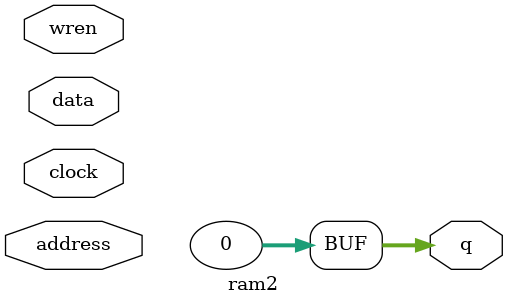
<source format=v>
module ram2(	// file.cleaned.mlir:2:3
  input  [8:0]  address,	// file.cleaned.mlir:2:22
  input         clock,	// file.cleaned.mlir:2:40
  input  [31:0] data,	// file.cleaned.mlir:2:56
  input         wren,	// file.cleaned.mlir:2:72
  output [31:0] q	// file.cleaned.mlir:2:88
);

  assign q = 32'h0;	// file.cleaned.mlir:3:15, :4:5
endmodule


</source>
